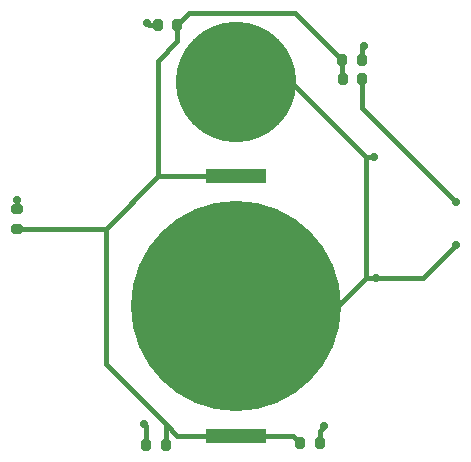
<source format=gbr>
%TF.GenerationSoftware,KiCad,Pcbnew,7.0.7*%
%TF.CreationDate,2023-09-02T14:38:40-07:00*%
%TF.ProjectId,badgelife101,62616467-656c-4696-9665-3130312e6b69,rev?*%
%TF.SameCoordinates,Original*%
%TF.FileFunction,Copper,L2,Bot*%
%TF.FilePolarity,Positive*%
%FSLAX46Y46*%
G04 Gerber Fmt 4.6, Leading zero omitted, Abs format (unit mm)*
G04 Created by KiCad (PCBNEW 7.0.7) date 2023-09-02 14:38:40*
%MOMM*%
%LPD*%
G01*
G04 APERTURE LIST*
G04 Aperture macros list*
%AMRoundRect*
0 Rectangle with rounded corners*
0 $1 Rounding radius*
0 $2 $3 $4 $5 $6 $7 $8 $9 X,Y pos of 4 corners*
0 Add a 4 corners polygon primitive as box body*
4,1,4,$2,$3,$4,$5,$6,$7,$8,$9,$2,$3,0*
0 Add four circle primitives for the rounded corners*
1,1,$1+$1,$2,$3*
1,1,$1+$1,$4,$5*
1,1,$1+$1,$6,$7*
1,1,$1+$1,$8,$9*
0 Add four rect primitives between the rounded corners*
20,1,$1+$1,$2,$3,$4,$5,0*
20,1,$1+$1,$4,$5,$6,$7,0*
20,1,$1+$1,$6,$7,$8,$9,0*
20,1,$1+$1,$8,$9,$2,$3,0*%
G04 Aperture macros list end*
%TA.AperFunction,SMDPad,CuDef*%
%ADD10C,10.200000*%
%TD*%
%TA.AperFunction,SMDPad,CuDef*%
%ADD11RoundRect,0.200000X-0.200000X-0.275000X0.200000X-0.275000X0.200000X0.275000X-0.200000X0.275000X0*%
%TD*%
%TA.AperFunction,SMDPad,CuDef*%
%ADD12RoundRect,0.200000X0.275000X-0.200000X0.275000X0.200000X-0.275000X0.200000X-0.275000X-0.200000X0*%
%TD*%
%TA.AperFunction,SMDPad,CuDef*%
%ADD13RoundRect,0.200000X0.200000X0.275000X-0.200000X0.275000X-0.200000X-0.275000X0.200000X-0.275000X0*%
%TD*%
%TA.AperFunction,SMDPad,CuDef*%
%ADD14R,5.080000X1.270000*%
%TD*%
%TA.AperFunction,SMDPad,CuDef*%
%ADD15C,17.800000*%
%TD*%
%TA.AperFunction,ViaPad*%
%ADD16C,0.700000*%
%TD*%
%TA.AperFunction,Conductor*%
%ADD17C,0.400000*%
%TD*%
G04 APERTURE END LIST*
D10*
%TO.P,TP1,1,1*%
%TO.N,GND*%
X132750000Y-78000000D03*
%TD*%
D11*
%TO.P,R6,2*%
%TO.N,Net-(D6-A)*%
X143450000Y-77800000D03*
%TO.P,R6,1*%
%TO.N,VCC*%
X141800000Y-77800000D03*
%TD*%
D12*
%TO.P,R5,1*%
%TO.N,VCC*%
X114200000Y-90450000D03*
%TO.P,R5,2*%
%TO.N,Net-(D5-A)*%
X114200000Y-88800000D03*
%TD*%
D11*
%TO.P,R4,1*%
%TO.N,VCC*%
X138200000Y-108600000D03*
%TO.P,R4,2*%
%TO.N,Net-(D4-A)*%
X139850000Y-108600000D03*
%TD*%
D13*
%TO.P,R3,1*%
%TO.N,VCC*%
X126800000Y-108800000D03*
%TO.P,R3,2*%
%TO.N,Net-(D3-A)*%
X125150000Y-108800000D03*
%TD*%
D11*
%TO.P,R2,1*%
%TO.N,VCC*%
X141750000Y-76200000D03*
%TO.P,R2,2*%
%TO.N,Net-(D2-A)*%
X143400000Y-76200000D03*
%TD*%
D13*
%TO.P,R1,1*%
%TO.N,VCC*%
X127800000Y-73200000D03*
%TO.P,R1,2*%
%TO.N,Net-(D1-A)*%
X126150000Y-73200000D03*
%TD*%
D14*
%TO.P,BT1,1,+*%
%TO.N,VCC*%
X132750000Y-107985000D03*
X132750000Y-86015000D03*
D15*
%TO.P,BT1,2,-*%
%TO.N,GND*%
X132750000Y-97000000D03*
%TD*%
D16*
%TO.N,GND*%
X151400000Y-91800000D03*
X144400000Y-84400000D03*
X144600000Y-94600000D03*
%TO.N,Net-(D4-A)*%
X140200000Y-107200000D03*
%TO.N,Net-(D3-A)*%
X125000000Y-107000000D03*
%TO.N,Net-(D5-A)*%
X114200000Y-88000000D03*
%TO.N,Net-(D1-A)*%
X125200000Y-73000000D03*
%TO.N,Net-(D6-A)*%
X151400000Y-88200000D03*
%TO.N,Net-(D2-A)*%
X143600000Y-75000000D03*
%TD*%
D17*
%TO.N,GND*%
X151400000Y-91800000D02*
X148600000Y-94600000D01*
X148600000Y-94600000D02*
X144600000Y-94600000D01*
X143800000Y-84400000D02*
X144400000Y-84400000D01*
X143800000Y-94600000D02*
X144600000Y-94600000D01*
X143800000Y-94600000D02*
X143800000Y-84400000D01*
X132750000Y-97000000D02*
X141400000Y-97000000D01*
X137400000Y-78000000D02*
X132750000Y-78000000D01*
X141400000Y-97000000D02*
X143800000Y-94600000D01*
X143800000Y-84400000D02*
X137400000Y-78000000D01*
%TO.N,Net-(D4-A)*%
X139850000Y-107550000D02*
X140200000Y-107200000D01*
X139850000Y-108600000D02*
X139850000Y-107550000D01*
%TO.N,Net-(D3-A)*%
X125150000Y-107150000D02*
X125000000Y-107000000D01*
X125150000Y-108800000D02*
X125150000Y-107150000D01*
%TO.N,Net-(D5-A)*%
X114200000Y-88800000D02*
X114200000Y-88000000D01*
%TO.N,Net-(D1-A)*%
X125400000Y-73200000D02*
X125200000Y-73000000D01*
X126150000Y-73200000D02*
X125400000Y-73200000D01*
%TO.N,Net-(D6-A)*%
X143450000Y-80250000D02*
X151400000Y-88200000D01*
X143450000Y-77800000D02*
X143450000Y-80250000D01*
%TO.N,Net-(D2-A)*%
X143400000Y-75200000D02*
X143600000Y-75000000D01*
X143400000Y-76200000D02*
X143400000Y-75200000D01*
%TO.N,VCC*%
X141750000Y-76200000D02*
X141750000Y-77750000D01*
X141750000Y-77750000D02*
X141800000Y-77800000D01*
X127800000Y-73200000D02*
X128800000Y-72200000D01*
X128800000Y-72200000D02*
X137750000Y-72200000D01*
X137750000Y-72200000D02*
X141750000Y-76200000D01*
X126185000Y-86015000D02*
X126185000Y-76215000D01*
X127800000Y-74600000D02*
X127800000Y-73200000D01*
X126185000Y-76215000D02*
X127800000Y-74600000D01*
X132750000Y-107985000D02*
X137585000Y-107985000D01*
X137585000Y-107985000D02*
X138200000Y-108600000D01*
X126800000Y-107000000D02*
X127785000Y-107985000D01*
X127785000Y-107985000D02*
X132750000Y-107985000D01*
X121750000Y-90450000D02*
X121750000Y-101950000D01*
X121750000Y-101950000D02*
X126800000Y-107000000D01*
X126800000Y-107000000D02*
X126800000Y-108800000D01*
X132750000Y-86015000D02*
X126185000Y-86015000D01*
X126185000Y-86015000D02*
X121750000Y-90450000D01*
X121750000Y-90450000D02*
X114200000Y-90450000D01*
%TD*%
M02*

</source>
